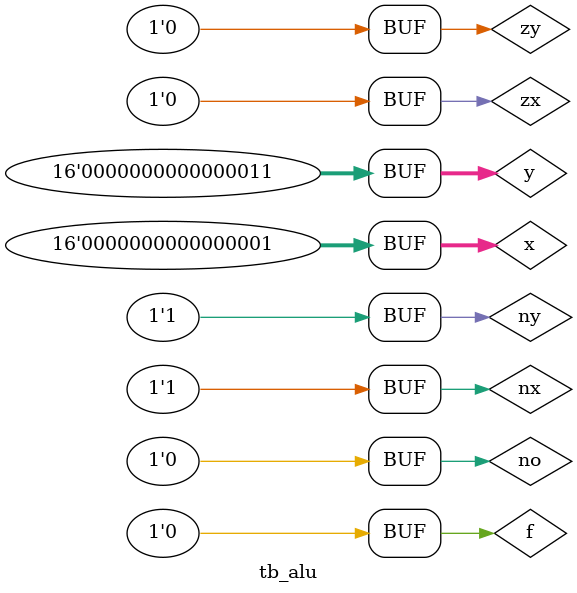
<source format=v>
`include "src/alu.v"


module tb_alu;
  parameter BUS_WIDTH = 16;
  wire [BUS_WIDTH-1:0] out;
  wire carry, zr, ng;
  reg zx, nx, zy, ny, f, no;
  reg [BUS_WIDTH-1:0] x;
  reg [BUS_WIDTH-1:0] y;

  alu #(.BUS_WIDTH(BUS_WIDTH)) alu(
    out,
    carry,
    zr,
    ng,
    zx,
    nx,
    zy,
    ny,
    f,
    no,
    x,
    y
  );

  initial begin
    $dumpfile("alu.vcd");
    $dumpvars(0, tb_alu);
    x = 0; y = 0; zx = 0; nx = 0; zy = 0; ny = 0; f = 0; no = 0; #10;
    x = 1; y = 3; #10; // should do and(x, y) = 1;
    f = 1; #10; // should do x + y = 4 or 0b100;
    no = 1; #10; // should negate output = 0b1111111111111011 or 0xfffb;
    nx = 1; ny = 1; f = 0; no = 0; #10; // should do 0b1111111111111110 & 0b1111111111111101 = 0b1111111111111100 or 0xfffc
    // TODO: finish testing alu
  end
endmodule
</source>
